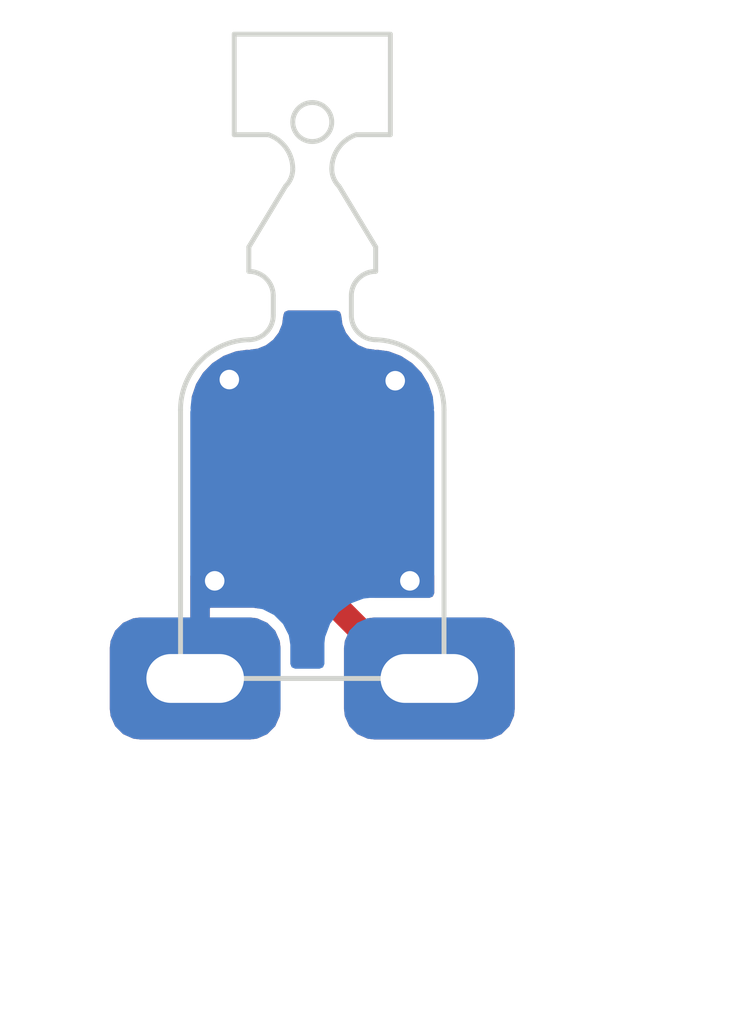
<source format=kicad_pcb>
(kicad_pcb (version 20211014) (generator pcbnew)
  (title_block (title "ONIX X.FL Coax Adapter") (date "2022-01-21") (rev "A") (company "Open Ephys, Inc") (comment 1 "Jonathan P. Newman"))
  (layers (0 "F.Cu" signal) (31 "B.Cu" signal) (34 "B.Paste" user) (35 "F.Paste" user) (36 "B.SilkS" user "B.Silkscreen") (37 "F.SilkS" user "F.Silkscreen") (38 "B.Mask" user) (39 "F.Mask" user) (44 "Edge.Cuts" user))
  (net 0 "")
  (net 1 "/SIG")
  (net 2 "/GND")
  (footprint "Headstage-64s:Castellation" (layer "F.Cu") (at 150.4 87.85 90)
    (fp_text reference "TP1" hide)
    (fp_text value "TestPoint")
    (pad "1" thru_hole roundrect (at 0 0 90) (size 1.25 1.75) (drill oval 0.5 1) (layers *.Cu *.Mask) (net 1 "/SIG"))
  )
  (footprint "jonnew:LINX_CONMHF4-SMD-G" (layer "F.Cu") (at 149.2 85.888)
    (fp_text reference "J1" hide)
    (fp_text value "Conn_Coaxial" hide)
    (pad "1" smd rect (at 0 0.975) (size 0.6 0.55) (layers "F.Cu" "F.Paste" "F.Mask") (net 1 "/SIG"))
    (pad "2" smd custom (at 0.986 0.062) (size 0.1 0.1) (layers "F.Cu" "F.Paste" "F.Mask") (net 2 "/GND") (options (clearance outline) (anchor rect)) (primitives (gr_poly (pts (xy 0.2 0.7) (xy -0.316 0.7) (xy -0.316 0.22) (xy -0.236 0.14) (xy -0.236 -0.26) (xy -0.316 -0.34) (xy -0.316 -0.824) (xy 0.2 -0.824)) (width 0) (fill yes))))
    (pad "2" smd rect (at 0 -1 180) (size 0.5 0.5) (layers "F.Cu" "F.Paste" "F.Mask") (net 2 "/GND"))
    (pad "2" smd custom (at -0.986 -0.062 180) (size 0.1 0.1) (layers "F.Cu" "F.Paste" "F.Mask") (net 2 "/GND") (options (clearance outline) (anchor rect)) (primitives (gr_poly (pts (xy 0.2 0.7) (xy -0.316 0.7) (xy -0.316 0.22) (xy -0.236 0.14) (xy -0.236 -0.26) (xy -0.316 -0.34) (xy -0.316 -0.824) (xy 0.2 -0.824)) (width 0) (fill yes))))
  )
  (footprint "Headstage-64s:Castellation" (layer "F.Cu") (at 148 87.85 90)
    (fp_text reference "TP2" hide)
    (fp_text value "TestPoint")
    (pad "1" thru_hole roundrect (at 0 0 90) (size 1.25 1.75) (drill oval 0.5 1) (layers *.Cu *.Mask) (net 2 "/GND"))
  )
  (footprint "LOGO" (layer "B.Cu") (at 149.1 85.65 -90)
    (fp_text reference "G***" hide)
    (fp_text value "LOGO" hide)
  )
  (gr_line (start 148.75 82.28) (end 148.4 82.28) (layer "Edge.Cuts") (width 0.05))
  (gr_arc (start 149.85 84.38) (mid 150.346035 84.596569) (end 150.55 85.097919) (layer "Edge.Cuts") (width 0.05))
  (gr_line (start 148.8 83.93) (end 148.8 84.13) (layer "Edge.Cuts") (width 0.05))
  (gr_arc (start 149.85 84.38) (mid 149.673223 84.306777) (end 149.6 84.13) (layer "Edge.Cuts") (width 0.05))
  (gr_arc (start 148.75 82.28) (mid 148.931082 82.414942) (end 149 82.63) (layer "Edge.Cuts") (width 0.05))
  (gr_line (start 149.65 82.28) (end 150 82.28) (layer "Edge.Cuts") (width 0.05))
  (gr_line (start 149.85 83.68) (end 149.85 83.43) (layer "Edge.Cuts") (width 0.05))
  (gr_arc (start 148.8 84.13) (mid 148.726777 84.306777) (end 148.55 84.38) (layer "Edge.Cuts") (width 0.05))
  (gr_line (start 147.85 85.097919) (end 147.85 87.85) (layer "Edge.Cuts") (width 0.05))
  (gr_line (start 148.4 81.25) (end 150 81.25) (layer "Edge.Cuts") (width 0.05))
  (gr_line (start 148.55 83.43) (end 148.55 83.68) (layer "Edge.Cuts") (width 0.05))
  (gr_line (start 149.6 84.13) (end 149.6 83.93) (layer "Edge.Cuts") (width 0.05))
  (gr_line (start 150.55 87.85) (end 150.55 85.097919) (layer "Edge.Cuts") (width 0.05))
  (gr_line (start 149.85 83.43) (end 149.473223 82.806775) (layer "Edge.Cuts") (width 0.05))
  (gr_line (start 147.85 87.85) (end 150.55 87.85) (layer "Edge.Cuts") (width 0.05))
  (gr_line (start 148.4 82.28) (end 148.4 81.25) (layer "Edge.Cuts") (width 0.05))
  (gr_arc (start 149.473223 82.806775) (mid 149.41903 82.72567) (end 149.4 82.63) (layer "Edge.Cuts") (width 0.05))
  (gr_line (start 150 82.28) (end 150 81.25) (layer "Edge.Cuts") (width 0.05))
  (gr_arc (start 148.55 83.68) (mid 148.726777 83.753223) (end 148.8 83.93) (layer "Edge.Cuts") (width 0.05))
  (gr_line (start 148.926777 82.806775) (end 148.55 83.43) (layer "Edge.Cuts") (width 0.05))
  (gr_arc (start 147.85 85.097919) (mid 148.053958 84.596563) (end 148.55 84.38) (layer "Edge.Cuts") (width 0.05))
  (gr_circle (center 149.2 82.15) (end 149.2 82.35) (layer "Edge.Cuts") (width 0.05) (fill none))
  (gr_arc (start 149 82.63) (mid 148.98097 82.72567) (end 148.926777 82.806775) (layer "Edge.Cuts") (width 0.05))
  (gr_arc (start 149.6 83.93) (mid 149.673223 83.753223) (end 149.85 83.68) (layer "Edge.Cuts") (width 0.05))
  (gr_arc (start 149.4 82.63) (mid 149.468919 82.414942) (end 149.65 82.28) (layer "Edge.Cuts") (width 0.05))
  (segment (start 149.87498 87.53798) (end 149.87498 87.72498) (width 0.25) (layer "F.Cu") (net 1))
  (segment (start 149.2 86.863) (end 149.87498 87.53798) (width 0.25) (layer "F.Cu") (net 1))
  (via (at 148.35 84.788) (size 0.3) (drill 0.2) (layers "F.Cu" "B.Cu") (net 2))
  (via (at 150.2 86.85) (size 0.3) (drill 0.2) (layers "F.Cu" "B.Cu") (net 2))
  (via (at 148.2 86.85) (size 0.3) (drill 0.2) (layers "F.Cu" "B.Cu") (net 2))
  (via (at 150.05 84.8) (size 0.3) (drill 0.2) (layers "F.Cu" "B.Cu") (net 2))
  (zone (net 2) (net_name "/GND") (layers F&B.Cu) (name "GND") (connect_pads (clearance 0.1)) (min_thickness 0.1) (fill yes (thermal_gap 0.1) (thermal_bridge_width 0.3))
    (polygon (pts (xy 153 90) (xy 146 90) (xy 146 80.9) (xy 153 80.9)))
  )
  (zone (net 0) (net_name "") (layers "F.Cu" "In1.Cu" "In2.Cu" "In3.Cu" "In4.Cu" "B.Cu") (connect_pads (clearance 0)) (min_thickness 0.254)
    (keepout (tracks allowed) (vias allowed) (pads allowed) (copperpour not_allowed) (footprints allowed))
    (fill (thermal_gap 0.508) (thermal_bridge_width 0.508))
    (polygon (pts (xy 148.1 82.28) (xy 150.4 82.28) (xy 150.4 84.08) (xy 148.1 84.08)))
  )
)
</source>
